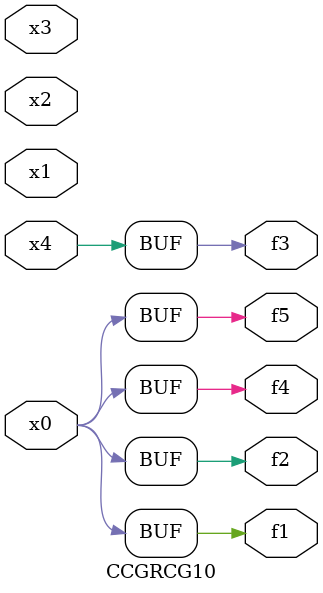
<source format=v>
module CCGRCG10(
	input x0, x1, x2, x3, x4,
	output f1, f2, f3, f4, f5
);
	assign f1 = x0;
	assign f2 = x0;
	assign f3 = x4;
	assign f4 = x0;
	assign f5 = x0;
endmodule

</source>
